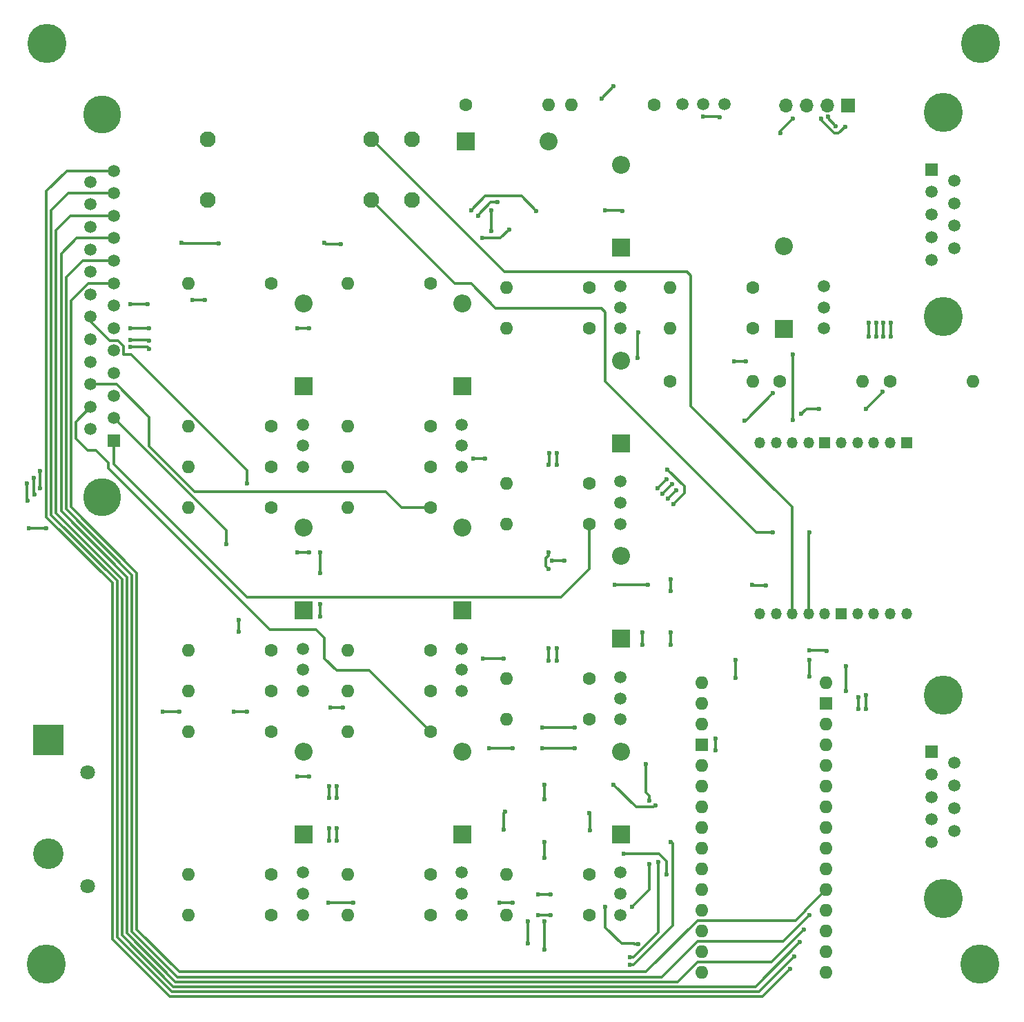
<source format=gbr>
%TF.GenerationSoftware,KiCad,Pcbnew,8.0.0*%
%TF.CreationDate,2024-03-27T17:18:48-07:00*%
%TF.ProjectId,honda radio,686f6e64-6120-4726-9164-696f2e6b6963,rev?*%
%TF.SameCoordinates,Original*%
%TF.FileFunction,Copper,L2,Bot*%
%TF.FilePolarity,Positive*%
%FSLAX46Y46*%
G04 Gerber Fmt 4.6, Leading zero omitted, Abs format (unit mm)*
G04 Created by KiCad (PCBNEW 8.0.0) date 2024-03-27 17:18:48*
%MOMM*%
%LPD*%
G01*
G04 APERTURE LIST*
%TA.AperFunction,ComponentPad*%
%ADD10C,1.600000*%
%TD*%
%TA.AperFunction,ComponentPad*%
%ADD11O,1.600000X1.600000*%
%TD*%
%TA.AperFunction,ComponentPad*%
%ADD12R,2.200000X2.200000*%
%TD*%
%TA.AperFunction,ComponentPad*%
%ADD13O,2.200000X2.200000*%
%TD*%
%TA.AperFunction,ComponentPad*%
%ADD14C,1.493000*%
%TD*%
%TA.AperFunction,ComponentPad*%
%ADD15C,4.800000*%
%TD*%
%TA.AperFunction,ComponentPad*%
%ADD16C,4.650000*%
%TD*%
%TA.AperFunction,ComponentPad*%
%ADD17R,1.500000X1.500000*%
%TD*%
%TA.AperFunction,ComponentPad*%
%ADD18C,1.500000*%
%TD*%
%TA.AperFunction,ComponentPad*%
%ADD19R,1.350000X1.350000*%
%TD*%
%TA.AperFunction,ComponentPad*%
%ADD20O,1.350000X1.350000*%
%TD*%
%TA.AperFunction,ComponentPad*%
%ADD21C,1.950000*%
%TD*%
%TA.AperFunction,ComponentPad*%
%ADD22R,1.700000X1.700000*%
%TD*%
%TA.AperFunction,ComponentPad*%
%ADD23O,1.700000X1.700000*%
%TD*%
%TA.AperFunction,ComponentPad*%
%ADD24R,1.600000X1.600000*%
%TD*%
%TA.AperFunction,ComponentPad*%
%ADD25R,3.750000X3.750000*%
%TD*%
%TA.AperFunction,ComponentPad*%
%ADD26C,1.800000*%
%TD*%
%TA.AperFunction,ComponentPad*%
%ADD27C,3.750000*%
%TD*%
%TA.AperFunction,ViaPad*%
%ADD28C,0.600000*%
%TD*%
%TA.AperFunction,Conductor*%
%ADD29C,0.300000*%
%TD*%
G04 APERTURE END LIST*
D10*
%TO.P,R6,1*%
%TO.N,Net-(J1-GND)*%
X155000000Y-98500000D03*
D11*
%TO.P,R6,2*%
%TO.N,Net-(J6-D8)*%
X144840000Y-98500000D03*
%TD*%
D12*
%TO.P,D7,1,K*%
%TO.N,Net-(D1-K)*%
X139420000Y-109080000D03*
D13*
%TO.P,D7,2,A*%
%TO.N,Net-(D7-A)*%
X139420000Y-98920000D03*
%TD*%
D14*
%TO.P,Q10,1,C*%
%TO.N,Net-(D10-A)*%
X119835000Y-141300000D03*
%TO.P,Q10,2,B*%
%TO.N,Net-(Q10-B)*%
X119835000Y-143900000D03*
%TO.P,Q10,3,E*%
%TO.N,Net-(J1-GND)*%
X119835000Y-146500000D03*
%TD*%
D10*
%TO.P,R16,1*%
%TO.N,Net-(J1-GND)*%
X175085000Y-74500000D03*
D11*
%TO.P,R16,2*%
%TO.N,Net-(J6-D12)*%
X164925000Y-74500000D03*
%TD*%
D10*
%TO.P,R23,1*%
%TO.N,Net-(J3-LED1)*%
X116000000Y-124000000D03*
D11*
%TO.P,R23,2*%
%TO.N,Net-(K10-N.O.)*%
X105840000Y-124000000D03*
%TD*%
D10*
%TO.P,R31,1*%
%TO.N,Net-(J1-GND)*%
X116000000Y-146500000D03*
D11*
%TO.P,R31,2*%
%TO.N,Net-(J6-D7)*%
X105840000Y-146500000D03*
%TD*%
D14*
%TO.P,Q5,1,C*%
%TO.N,Net-(D5-A)*%
X183835000Y-69300000D03*
%TO.P,Q5,2,B*%
%TO.N,Net-(Q5-B)*%
X183835000Y-71900000D03*
%TO.P,Q5,3,E*%
%TO.N,Net-(J1-GND)*%
X183835000Y-74500000D03*
%TD*%
D10*
%TO.P,R30,1*%
%TO.N,Net-(Q12-B)*%
X116000000Y-86500000D03*
D11*
%TO.P,R30,2*%
%TO.N,Net-(J6-D5)*%
X105840000Y-86500000D03*
%TD*%
D10*
%TO.P,R17,1*%
%TO.N,Net-(Q6-B)*%
X135500000Y-141500000D03*
D11*
%TO.P,R17,2*%
%TO.N,Net-(J6-D2)*%
X125340000Y-141500000D03*
%TD*%
D15*
%TO.P,REF\u002A\u002A,MH1*%
%TO.N,N/C*%
X88500000Y-39500000D03*
%TD*%
D16*
%TO.P,J3,0,PAD*%
%TO.N,Net-(J1-GND)*%
X95260000Y-48180000D03*
D17*
%TO.P,J3,1,GND*%
X96680000Y-88240000D03*
D18*
%TO.P,J3,2,12V*%
%TO.N,Net-(J1-12V)*%
X96680000Y-85480000D03*
%TO.P,J3,3,SPK_L*%
%TO.N,Net-(J3-SPK_L)*%
X96680000Y-82720000D03*
%TO.P,J3,4,SPK_R*%
%TO.N,Net-(J3-SPK_R)*%
X96680000Y-79960000D03*
%TO.P,J3,5,B+*%
%TO.N,Net-(J3-B+)*%
X96680000Y-77200000D03*
%TO.P,J3,6,B+RAD*%
%TO.N,Net-(J3-B+RAD)*%
X96680000Y-74440000D03*
%TO.P,J3,7,B+TAP*%
%TO.N,Net-(J3-B+TAP)*%
X96680000Y-71680000D03*
%TO.P,J3,8,BTN1*%
%TO.N,Net-(J3-BTN1)*%
X96680000Y-68920000D03*
%TO.P,J3,9,BTN2*%
%TO.N,Net-(J3-BTN2)*%
X96680000Y-66160000D03*
%TO.P,J3,10,BTN3*%
%TO.N,Net-(J3-BTN3)*%
X96680000Y-63400000D03*
%TO.P,J3,11,BTN4*%
%TO.N,Net-(J3-BTN4)*%
X96680000Y-60640000D03*
%TO.P,J3,12,BTN5*%
%TO.N,Net-(J3-BTN5)*%
X96680000Y-57880000D03*
%TO.P,J3,13,BTN6*%
%TO.N,Net-(J3-BTN6)*%
X96680000Y-55120000D03*
%TO.P,J3,14,GND*%
%TO.N,Net-(J1-GND)*%
X93840000Y-86860000D03*
%TO.P,J3,15,LED6*%
%TO.N,Net-(J3-LED6)*%
X93840000Y-84100000D03*
%TO.P,J3,16,LED5*%
%TO.N,Net-(J3-LED5)*%
X93840000Y-81340000D03*
%TO.P,J3,17,LED4*%
%TO.N,Net-(J3-LED4)*%
X93840000Y-78580000D03*
%TO.P,J3,18,LED3*%
%TO.N,Net-(J3-LED3)*%
X93840000Y-75820000D03*
%TO.P,J3,19,LED2*%
%TO.N,Net-(J3-LED2)*%
X93840000Y-73060000D03*
%TO.P,J3,20,LED1*%
%TO.N,Net-(J3-LED1)*%
X93840000Y-70300000D03*
%TO.P,J3,21,NC*%
%TO.N,unconnected-(J3-NC-Pad21)*%
X93840000Y-67540000D03*
%TO.P,J3,22,NC*%
%TO.N,unconnected-(J3-NC-Pad22)*%
X93840000Y-64780000D03*
%TO.P,J3,23,NC*%
%TO.N,unconnected-(J3-NC-Pad23)*%
X93840000Y-62020000D03*
%TO.P,J3,24,NC*%
%TO.N,unconnected-(J3-NC-Pad24)*%
X93840000Y-59260000D03*
%TO.P,J3,25,NC*%
%TO.N,unconnected-(J3-NC-Pad25)*%
X93840000Y-56500000D03*
D16*
%TO.P,J3,MH1*%
%TO.N,N/C*%
X95260000Y-95180000D03*
%TD*%
D15*
%TO.P,REF\u002A\u002A,MH1*%
%TO.N,N/C*%
X88420000Y-152500000D03*
%TD*%
D10*
%TO.P,R28,1*%
%TO.N,Net-(Q10-B)*%
X116000000Y-141500000D03*
D11*
%TO.P,R28,2*%
%TO.N,Net-(J6-D7)*%
X105840000Y-141500000D03*
%TD*%
D15*
%TO.P,J1,0,PAD*%
%TO.N,Net-(J1-GND)*%
X198420000Y-72995000D03*
D17*
%TO.P,J1,1,1.8V_TRIG*%
%TO.N,Net-(J1-1.8V_TRIG)*%
X197000000Y-54955000D03*
D18*
%TO.P,J1,2,FWD_BTN*%
%TO.N,Net-(J1-FWD_BTN)*%
X197000000Y-57727000D03*
%TO.P,J1,3,REW_BTN*%
%TO.N,Net-(J1-REW_BTN)*%
X197000000Y-60500000D03*
%TO.P,J1,4,PP_BTN*%
%TO.N,Net-(J1-PP_BTN)*%
X197000000Y-63272000D03*
%TO.P,J1,5,NC*%
%TO.N,unconnected-(J1-NC-Pad5)*%
X197000000Y-66045000D03*
%TO.P,J1,6,NC*%
%TO.N,unconnected-(J1-NC-Pad6)*%
X199840000Y-56341000D03*
%TO.P,J1,7,5V*%
%TO.N,Net-(D1-K)*%
X199840000Y-59114000D03*
%TO.P,J1,8,12V*%
%TO.N,Net-(J1-12V)*%
X199840000Y-61886000D03*
%TO.P,J1,9,GND*%
%TO.N,Net-(J1-GND)*%
X199840000Y-64659000D03*
D15*
%TO.P,J1,MH1*%
%TO.N,N/C*%
X198420000Y-48005000D03*
%TD*%
D10*
%TO.P,R11,1*%
%TO.N,Net-(J3-LED5)*%
X135500000Y-96500000D03*
D11*
%TO.P,R11,2*%
%TO.N,Net-(K7-N.O.)*%
X125340000Y-96500000D03*
%TD*%
D19*
%TO.P,J8,1,GND*%
%TO.N,Net-(J1-GND)*%
X193920000Y-88500000D03*
D20*
%TO.P,J8,2,SPK_LP*%
%TO.N,unconnected-(J8-SPK_LP-Pad2)*%
X191920000Y-88500000D03*
%TO.P,J8,3,SPK_LN*%
%TO.N,unconnected-(J8-SPK_LN-Pad3)*%
X189920000Y-88500000D03*
%TO.P,J8,4,SPK_RP*%
%TO.N,unconnected-(J8-SPK_RP-Pad4)*%
X187920000Y-88500000D03*
%TO.P,J8,5,SPK_RN*%
%TO.N,unconnected-(J8-SPK_RN-Pad5)*%
X185920000Y-88500000D03*
D19*
%TO.P,J8,6,GND*%
%TO.N,Net-(J1-GND)*%
X183920000Y-88500000D03*
D20*
%TO.P,J8,7,LIN_AN*%
%TO.N,unconnected-(J8-LIN_AN-Pad7)*%
X181920000Y-88500000D03*
%TO.P,J8,8,LIN_AP*%
%TO.N,unconnected-(J8-LIN_AP-Pad8)*%
X179920000Y-88500000D03*
%TO.P,J8,9,LIN_BN*%
%TO.N,unconnected-(J8-LIN_BN-Pad9)*%
X177920000Y-88500000D03*
%TO.P,J8,10,LIN_BP*%
%TO.N,unconnected-(J8-LIN_BP-Pad10)*%
X175920000Y-88500000D03*
%TO.P,J8,11,VIN*%
%TO.N,Net-(D1-K)*%
X175920000Y-109500000D03*
%TO.P,J8,12,+3.3V*%
%TO.N,unconnected-(J8-+3.3V-Pad12)*%
X177920000Y-109500000D03*
%TO.P,J8,13,SPK_R*%
%TO.N,Net-(J8-SPK_R)*%
X179920000Y-109500000D03*
%TO.P,J8,14,SPK_L*%
%TO.N,Net-(J8-SPK_L)*%
X181920000Y-109500000D03*
%TO.P,J8,15,+1.8V*%
%TO.N,Net-(J1-1.8V_TRIG)*%
X183920000Y-109500000D03*
D19*
%TO.P,J8,16,GND*%
%TO.N,Net-(J1-GND)*%
X185920000Y-109500000D03*
D20*
%TO.P,J8,17,FWD*%
%TO.N,Net-(J8-FWD)*%
X187920000Y-109500000D03*
%TO.P,J8,18,REW*%
%TO.N,Net-(J8-REW)*%
X189920000Y-109500000D03*
%TO.P,J8,19,P/P*%
%TO.N,Net-(J8-P{slash}P)*%
X191920000Y-109500000D03*
%TO.P,J8,20,AUXD_MUT*%
%TO.N,unconnected-(J8-AUXD_MUT-Pad20)*%
X193920000Y-109500000D03*
%TD*%
D12*
%TO.P,D9,1,K*%
%TO.N,Net-(D1-K)*%
X139840000Y-51500000D03*
D13*
%TO.P,D9,2,A*%
%TO.N,Net-(D9-A)*%
X150000000Y-51500000D03*
%TD*%
D10*
%TO.P,R29,1*%
%TO.N,Net-(Q11-B)*%
X116000000Y-114000000D03*
D11*
%TO.P,R29,2*%
%TO.N,Net-(J6-D6)*%
X105840000Y-114000000D03*
%TD*%
D12*
%TO.P,D5,1,K*%
%TO.N,Net-(D1-K)*%
X178920000Y-74580000D03*
D13*
%TO.P,D5,2,A*%
%TO.N,Net-(D5-A)*%
X178920000Y-64420000D03*
%TD*%
D10*
%TO.P,R27,1*%
%TO.N,Net-(J1-GND)*%
X163000000Y-47000000D03*
D11*
%TO.P,R27,2*%
%TO.N,Net-(J6-D13)*%
X152840000Y-47000000D03*
%TD*%
D14*
%TO.P,Q2,1,C*%
%TO.N,Net-(D2-A)*%
X158835000Y-117300000D03*
%TO.P,Q2,2,B*%
%TO.N,Net-(Q2-B)*%
X158835000Y-119900000D03*
%TO.P,Q2,3,E*%
%TO.N,Net-(J1-GND)*%
X158835000Y-122500000D03*
%TD*%
D21*
%TO.P,K9,1,COIL_1*%
%TO.N,Net-(D1-K)*%
X108220000Y-58750000D03*
%TO.P,K9,3,COM_1*%
%TO.N,Net-(J8-SPK_L)*%
X128220000Y-58750000D03*
%TO.P,K9,4,NO_1*%
%TO.N,Net-(J3-SPK_L)*%
X133220000Y-58750000D03*
%TO.P,K9,5,NO_2*%
%TO.N,Net-(J3-SPK_R)*%
X133220000Y-51250000D03*
%TO.P,K9,6,COM_2*%
%TO.N,Net-(J8-SPK_R)*%
X128220000Y-51250000D03*
%TO.P,K9,8,COIL_2*%
%TO.N,Net-(D9-A)*%
X108220000Y-51250000D03*
%TD*%
D12*
%TO.P,D2,1,K*%
%TO.N,Net-(D1-K)*%
X158920000Y-112580000D03*
D13*
%TO.P,D2,2,A*%
%TO.N,Net-(D2-A)*%
X158920000Y-102420000D03*
%TD*%
D12*
%TO.P,D4,1,K*%
%TO.N,Net-(D1-K)*%
X158920000Y-64580000D03*
D13*
%TO.P,D4,2,A*%
%TO.N,Net-(D4-A)*%
X158920000Y-54420000D03*
%TD*%
D10*
%TO.P,R7,1*%
%TO.N,Net-(J1-PP_BTN)*%
X191920000Y-81000000D03*
D11*
%TO.P,R7,2*%
%TO.N,Net-(J8-P{slash}P)*%
X202080000Y-81000000D03*
%TD*%
D10*
%TO.P,R5,1*%
%TO.N,Net-(J1-GND)*%
X155000000Y-122500000D03*
D11*
%TO.P,R5,2*%
%TO.N,Net-(J6-D10)*%
X144840000Y-122500000D03*
%TD*%
D10*
%TO.P,R32,1*%
%TO.N,Net-(J1-GND)*%
X116000000Y-119000000D03*
D11*
%TO.P,R32,2*%
%TO.N,Net-(J6-D6)*%
X105840000Y-119000000D03*
%TD*%
D10*
%TO.P,R25,1*%
%TO.N,Net-(J3-LED3)*%
X116000000Y-69000000D03*
D11*
%TO.P,R25,2*%
%TO.N,Net-(K12-N.O.)*%
X105840000Y-69000000D03*
%TD*%
D12*
%TO.P,D3,1,K*%
%TO.N,Net-(D1-K)*%
X158920000Y-88580000D03*
D13*
%TO.P,D3,2,A*%
%TO.N,Net-(D3-A)*%
X158920000Y-78420000D03*
%TD*%
D14*
%TO.P,Q7,1,C*%
%TO.N,Net-(D7-A)*%
X139335000Y-113800000D03*
%TO.P,Q7,2,B*%
%TO.N,Net-(Q7-B)*%
X139335000Y-116400000D03*
%TO.P,Q7,3,E*%
%TO.N,Net-(J1-GND)*%
X139335000Y-119000000D03*
%TD*%
D15*
%TO.P,,MH1*%
%TO.N,N/C*%
X203000000Y-39500000D03*
%TD*%
%TO.P,,MH1*%
%TO.N,N/C*%
X202920000Y-152500000D03*
%TD*%
D10*
%TO.P,R13,1*%
%TO.N,Net-(Q4-B)*%
X155000000Y-69500000D03*
D11*
%TO.P,R13,2*%
%TO.N,Net-(J6-D11)*%
X144840000Y-69500000D03*
%TD*%
D14*
%TO.P,Q9,1,C*%
%TO.N,Net-(D9-A)*%
X171620000Y-46915000D03*
%TO.P,Q9,2,B*%
%TO.N,Net-(Q9-B)*%
X169020000Y-46915000D03*
%TO.P,Q9,3,E*%
%TO.N,Net-(J1-GND)*%
X166420000Y-46915000D03*
%TD*%
%TO.P,Q12,1,C*%
%TO.N,Net-(D12-A)*%
X119835000Y-86300000D03*
%TO.P,Q12,2,B*%
%TO.N,Net-(Q12-B)*%
X119835000Y-88900000D03*
%TO.P,Q12,3,E*%
%TO.N,Net-(J1-GND)*%
X119835000Y-91500000D03*
%TD*%
D10*
%TO.P,R26,1*%
%TO.N,Net-(Q9-B)*%
X139840000Y-47000000D03*
D11*
%TO.P,R26,2*%
%TO.N,Net-(J6-D13)*%
X150000000Y-47000000D03*
%TD*%
D14*
%TO.P,Q3,1,C*%
%TO.N,Net-(D3-A)*%
X158835000Y-93300000D03*
%TO.P,Q3,2,B*%
%TO.N,Net-(Q3-B)*%
X158835000Y-95900000D03*
%TO.P,Q3,3,E*%
%TO.N,Net-(J1-GND)*%
X158835000Y-98500000D03*
%TD*%
D10*
%TO.P,R21,1*%
%TO.N,Net-(J1-GND)*%
X135500000Y-119000000D03*
D11*
%TO.P,R21,2*%
%TO.N,Net-(J6-D3)*%
X125340000Y-119000000D03*
%TD*%
D14*
%TO.P,Q1,1,C*%
%TO.N,Net-(D1-A)*%
X158835000Y-141300000D03*
%TO.P,Q1,2,B*%
%TO.N,Net-(Q1-B)*%
X158835000Y-143900000D03*
%TO.P,Q1,3,E*%
%TO.N,Net-(J1-GND)*%
X158835000Y-146500000D03*
%TD*%
D12*
%TO.P,D11,1,K*%
%TO.N,Net-(D1-K)*%
X119920000Y-109080000D03*
D13*
%TO.P,D11,2,A*%
%TO.N,Net-(D11-A)*%
X119920000Y-98920000D03*
%TD*%
D10*
%TO.P,R33,1*%
%TO.N,Net-(J1-GND)*%
X116000000Y-91500000D03*
D11*
%TO.P,R33,2*%
%TO.N,Net-(J6-D5)*%
X105840000Y-91500000D03*
%TD*%
D12*
%TO.P,D12,1,K*%
%TO.N,Net-(D1-K)*%
X119920000Y-81580000D03*
D13*
%TO.P,D12,2,A*%
%TO.N,Net-(D12-A)*%
X119920000Y-71420000D03*
%TD*%
D10*
%TO.P,R22,1*%
%TO.N,Net-(J1-GND)*%
X135500000Y-91500000D03*
D11*
%TO.P,R22,2*%
%TO.N,Net-(J6-D4)*%
X125340000Y-91500000D03*
%TD*%
D12*
%TO.P,D10,1,K*%
%TO.N,Net-(D1-K)*%
X119920000Y-136580000D03*
D13*
%TO.P,D10,2,A*%
%TO.N,Net-(D10-A)*%
X119920000Y-126420000D03*
%TD*%
D14*
%TO.P,Q6,1,C*%
%TO.N,Net-(D6-A)*%
X139335000Y-141300000D03*
%TO.P,Q6,2,B*%
%TO.N,Net-(Q6-B)*%
X139335000Y-143900000D03*
%TO.P,Q6,3,E*%
%TO.N,Net-(J1-GND)*%
X139335000Y-146500000D03*
%TD*%
D10*
%TO.P,R15,1*%
%TO.N,Net-(J1-GND)*%
X155000000Y-74500000D03*
D11*
%TO.P,R15,2*%
%TO.N,Net-(J6-D11)*%
X144840000Y-74500000D03*
%TD*%
D14*
%TO.P,Q8,1,C*%
%TO.N,Net-(D8-A)*%
X139335000Y-86300000D03*
%TO.P,Q8,2,B*%
%TO.N,Net-(Q8-B)*%
X139335000Y-88900000D03*
%TO.P,Q8,3,E*%
%TO.N,Net-(J1-GND)*%
X139335000Y-91500000D03*
%TD*%
D10*
%TO.P,R10,1*%
%TO.N,Net-(J3-LED6)*%
X135500000Y-124000000D03*
D11*
%TO.P,R10,2*%
%TO.N,Net-(K6-N.O.)*%
X125340000Y-124000000D03*
%TD*%
D10*
%TO.P,R1,1*%
%TO.N,Net-(Q1-B)*%
X155000000Y-141500000D03*
D11*
%TO.P,R1,2*%
%TO.N,Net-(J6-D9)*%
X144840000Y-141500000D03*
%TD*%
D10*
%TO.P,R20,1*%
%TO.N,Net-(J1-GND)*%
X135500000Y-146500000D03*
D11*
%TO.P,R20,2*%
%TO.N,Net-(J6-D2)*%
X125340000Y-146500000D03*
%TD*%
D10*
%TO.P,R19,1*%
%TO.N,Net-(Q8-B)*%
X135580000Y-86500000D03*
D11*
%TO.P,R19,2*%
%TO.N,Net-(J6-D4)*%
X125420000Y-86500000D03*
%TD*%
D10*
%TO.P,R2,1*%
%TO.N,Net-(Q2-B)*%
X155000000Y-117500000D03*
D11*
%TO.P,R2,2*%
%TO.N,Net-(J6-D10)*%
X144840000Y-117500000D03*
%TD*%
D10*
%TO.P,R12,1*%
%TO.N,Net-(J3-LED4)*%
X135500000Y-69000000D03*
D11*
%TO.P,R12,2*%
%TO.N,Net-(K8-N.O.)*%
X125340000Y-69000000D03*
%TD*%
D12*
%TO.P,D1,1,K*%
%TO.N,Net-(D1-K)*%
X158920000Y-136580000D03*
D13*
%TO.P,D1,2,A*%
%TO.N,Net-(D1-A)*%
X158920000Y-126420000D03*
%TD*%
D10*
%TO.P,R14,1*%
%TO.N,Net-(Q5-B)*%
X175085000Y-69500000D03*
D11*
%TO.P,R14,2*%
%TO.N,Net-(J6-D12)*%
X164925000Y-69500000D03*
%TD*%
D10*
%TO.P,R24,1*%
%TO.N,Net-(J3-LED2)*%
X116000000Y-96500000D03*
D11*
%TO.P,R24,2*%
%TO.N,Net-(K11-N.O.)*%
X105840000Y-96500000D03*
%TD*%
D10*
%TO.P,R8,1*%
%TO.N,Net-(J1-REW_BTN)*%
X178340000Y-81000000D03*
D11*
%TO.P,R8,2*%
%TO.N,Net-(J8-REW)*%
X188500000Y-81000000D03*
%TD*%
D10*
%TO.P,R18,1*%
%TO.N,Net-(Q7-B)*%
X135500000Y-114000000D03*
D11*
%TO.P,R18,2*%
%TO.N,Net-(J6-D3)*%
X125340000Y-114000000D03*
%TD*%
D10*
%TO.P,R3,1*%
%TO.N,Net-(Q3-B)*%
X155000000Y-93500000D03*
D11*
%TO.P,R3,2*%
%TO.N,Net-(J6-D8)*%
X144840000Y-93500000D03*
%TD*%
D22*
%TO.P,J7,1,GND*%
%TO.N,Net-(J1-GND)*%
X186780000Y-47080000D03*
D23*
%TO.P,J7,2,3V/5V*%
%TO.N,Net-(D1-K)*%
X184240000Y-47080000D03*
%TO.P,J7,3,Vin*%
%TO.N,Net-(J1-12V)*%
X181700000Y-47080000D03*
%TO.P,J7,4,En*%
%TO.N,unconnected-(J7-En-Pad4)*%
X179160000Y-47080000D03*
%TD*%
D12*
%TO.P,D6,1,K*%
%TO.N,Net-(D1-K)*%
X139420000Y-136580000D03*
D13*
%TO.P,D6,2,A*%
%TO.N,Net-(D6-A)*%
X139420000Y-126420000D03*
%TD*%
D10*
%TO.P,R9,1*%
%TO.N,Net-(J1-FWD_BTN)*%
X164920000Y-81000000D03*
D11*
%TO.P,R9,2*%
%TO.N,Net-(J8-FWD)*%
X175080000Y-81000000D03*
%TD*%
D10*
%TO.P,R4,1*%
%TO.N,Net-(J1-GND)*%
X155000000Y-146500000D03*
D11*
%TO.P,R4,2*%
%TO.N,Net-(J6-D9)*%
X144840000Y-146500000D03*
%TD*%
D14*
%TO.P,Q11,1,C*%
%TO.N,Net-(D11-A)*%
X119835000Y-113800000D03*
%TO.P,Q11,2,B*%
%TO.N,Net-(Q11-B)*%
X119835000Y-116400000D03*
%TO.P,Q11,3,E*%
%TO.N,Net-(J1-GND)*%
X119835000Y-119000000D03*
%TD*%
D11*
%TO.P,J6,1,VIN*%
%TO.N,Net-(D1-K)*%
X184050000Y-117950000D03*
D24*
%TO.P,J6,2,GND*%
%TO.N,Net-(J1-GND)*%
X184050000Y-120490000D03*
D11*
%TO.P,J6,3,RST*%
%TO.N,unconnected-(J6-RST-Pad3)*%
X184050000Y-123030000D03*
%TO.P,J6,4,5V*%
%TO.N,unconnected-(J6-5V-Pad4)*%
X184050000Y-125570000D03*
%TO.P,J6,5,A7*%
%TO.N,Net-(J2-PP_BTN)*%
X184050000Y-128110000D03*
%TO.P,J6,6,A6*%
%TO.N,Net-(J3-BTN6)*%
X184050000Y-130650000D03*
%TO.P,J6,7,A5*%
%TO.N,Net-(J3-BTN5)*%
X184050000Y-133190000D03*
%TO.P,J6,8,A4*%
%TO.N,Net-(J3-BTN4)*%
X184050000Y-135730000D03*
%TO.P,J6,9,A3*%
%TO.N,Net-(J3-BTN3)*%
X184050000Y-138270000D03*
%TO.P,J6,10,A2*%
%TO.N,Net-(J3-BTN2)*%
X184050000Y-140810000D03*
%TO.P,J6,11,A1*%
%TO.N,Net-(J3-BTN1)*%
X184050000Y-143350000D03*
%TO.P,J6,12,A0*%
%TO.N,Net-(J6-A0)*%
X184050000Y-145890000D03*
%TO.P,J6,13,REF*%
%TO.N,unconnected-(J6-REF-Pad13)*%
X184050000Y-148430000D03*
%TO.P,J6,14,3.3V*%
%TO.N,unconnected-(J6-3.3V-Pad14)*%
X184050000Y-150970000D03*
%TO.P,J6,15,D13*%
%TO.N,Net-(J6-D13)*%
X184050000Y-153510000D03*
%TO.P,J6,16,TX1*%
%TO.N,Net-(J2-FWD_BTN)*%
X168810000Y-117950000D03*
%TO.P,J6,17,RX0*%
%TO.N,Net-(J2-REW_BTN)*%
X168810000Y-120490000D03*
%TO.P,J6,18,RST*%
%TO.N,unconnected-(J6-RST-Pad18)*%
X168810000Y-123030000D03*
D24*
%TO.P,J6,19,GND*%
%TO.N,Net-(J1-GND)*%
X168810000Y-125570000D03*
D11*
%TO.P,J6,20,D2*%
%TO.N,Net-(J6-D2)*%
X168810000Y-128110000D03*
%TO.P,J6,21,D3*%
%TO.N,Net-(J6-D3)*%
X168810000Y-130650000D03*
%TO.P,J6,22,D4*%
%TO.N,Net-(J6-D4)*%
X168810000Y-133190000D03*
%TO.P,J6,23,D5*%
%TO.N,Net-(J6-D5)*%
X168810000Y-135730000D03*
%TO.P,J6,24,D6*%
%TO.N,Net-(J6-D6)*%
X168810000Y-138270000D03*
%TO.P,J6,25,D7*%
%TO.N,Net-(J6-D7)*%
X168810000Y-140810000D03*
%TO.P,J6,26,D8*%
%TO.N,Net-(J6-D8)*%
X168810000Y-143350000D03*
%TO.P,J6,27,D9*%
%TO.N,Net-(J6-D9)*%
X168810000Y-145890000D03*
%TO.P,J6,28,D10*%
%TO.N,Net-(J6-D10)*%
X168810000Y-148430000D03*
%TO.P,J6,29,D11*%
%TO.N,Net-(J6-D11)*%
X168810000Y-150970000D03*
%TO.P,J6,30,D12*%
%TO.N,Net-(J6-D12)*%
X168810000Y-153510000D03*
%TD*%
D15*
%TO.P,J2,0,PAD*%
%TO.N,Net-(J1-GND)*%
X198415000Y-144495000D03*
D17*
%TO.P,J2,1,1.8V_TRIG*%
X196995000Y-126455000D03*
D18*
%TO.P,J2,2,FWD_BTN*%
%TO.N,Net-(J2-FWD_BTN)*%
X196995000Y-129227000D03*
%TO.P,J2,3,REW_BTN*%
%TO.N,Net-(J2-REW_BTN)*%
X196995000Y-132000000D03*
%TO.P,J2,4,PP_BTN*%
%TO.N,Net-(J2-PP_BTN)*%
X196995000Y-134772000D03*
%TO.P,J2,5,NC*%
%TO.N,Net-(J6-A0)*%
X196995000Y-137545000D03*
%TO.P,J2,6,NC*%
%TO.N,unconnected-(J2-NC-Pad6)*%
X199835000Y-127841000D03*
%TO.P,J2,7,5V*%
%TO.N,unconnected-(J2-5V-Pad7)*%
X199835000Y-130614000D03*
%TO.P,J2,8,12V*%
%TO.N,unconnected-(J2-12V-Pad8)*%
X199835000Y-133386000D03*
%TO.P,J2,9,GND*%
%TO.N,unconnected-(J2-GND-Pad9)*%
X199835000Y-136159000D03*
D15*
%TO.P,J2,MH1*%
%TO.N,N/C*%
X198415000Y-119505000D03*
%TD*%
D14*
%TO.P,Q4,1,C*%
%TO.N,Net-(D4-A)*%
X158835000Y-69300000D03*
%TO.P,Q4,2,B*%
%TO.N,Net-(Q4-B)*%
X158835000Y-71900000D03*
%TO.P,Q4,3,E*%
%TO.N,Net-(J1-GND)*%
X158835000Y-74500000D03*
%TD*%
D25*
%TO.P,J4,1,GND*%
%TO.N,Net-(J1-GND)*%
X88670000Y-125000000D03*
D26*
%TO.P,J4,2,R*%
%TO.N,Net-(J3-SPK_R)*%
X93420000Y-129000000D03*
D27*
%TO.P,J4,3,GND*%
%TO.N,Net-(J1-GND)*%
X88670000Y-139000000D03*
D26*
%TO.P,J4,4,L*%
%TO.N,Net-(J3-SPK_L)*%
X93420000Y-143000000D03*
%TD*%
D12*
%TO.P,D8,1,K*%
%TO.N,Net-(D1-K)*%
X139420000Y-81580000D03*
D13*
%TO.P,D8,2,A*%
%TO.N,Net-(D8-A)*%
X139420000Y-71420000D03*
%TD*%
D28*
%TO.N,Net-(J1-GND)*%
X150250000Y-146500000D03*
X148750000Y-146500000D03*
X145590000Y-145000000D03*
X144000000Y-145000000D03*
%TO.N,Net-(D1-K)*%
X186530331Y-115969669D03*
X184291892Y-48507446D03*
X184105331Y-114105331D03*
X186469669Y-119030331D03*
X182000000Y-114000000D03*
X185265331Y-49655331D03*
%TO.N,Net-(J1-REW_BTN)*%
X165721052Y-94320390D03*
X191099997Y-73750000D03*
X161500000Y-113330000D03*
X174041729Y-85791729D03*
X177570331Y-82429669D03*
X191099997Y-75500000D03*
X161500000Y-111830000D03*
X164667756Y-95388418D03*
%TO.N,Net-(J1-GND)*%
X168987169Y-48487169D03*
X163389669Y-94110331D03*
X161969669Y-127969669D03*
X182000000Y-117250000D03*
X171047831Y-48547831D03*
X182000000Y-115150000D03*
X162350000Y-132500000D03*
X164500000Y-93000000D03*
X162349052Y-140290286D03*
X160250000Y-145500000D03*
%TO.N,Net-(J1-PP_BTN)*%
X164026067Y-94746729D03*
X192000000Y-75500000D03*
X191000000Y-82250000D03*
X192000000Y-73750000D03*
X152000000Y-103000000D03*
X183209714Y-84349052D03*
X150440000Y-103000000D03*
X165136398Y-93636398D03*
X189000000Y-84350000D03*
X181000000Y-85000000D03*
%TO.N,Net-(J1-1.8V_TRIG)*%
X151000000Y-115250000D03*
X189299991Y-75500000D03*
X180000000Y-85750000D03*
X151000000Y-89750000D03*
X158170000Y-106000000D03*
X151000000Y-113750000D03*
X162250000Y-106000000D03*
X175000000Y-106000000D03*
X176670000Y-106019883D03*
X189299991Y-73750000D03*
X180000000Y-77650000D03*
X151000000Y-91250000D03*
%TO.N,Net-(J1-FWD_BTN)*%
X174250000Y-78500000D03*
X190199994Y-75500000D03*
X172750000Y-78500000D03*
X190199994Y-73750000D03*
%TO.N,Net-(J1-12V)*%
X112000000Y-110250000D03*
X186394186Y-49723524D03*
X119170000Y-129500000D03*
X120670000Y-129500000D03*
X143000000Y-62500000D03*
X180000000Y-48750000D03*
X110500000Y-101000000D03*
X119170000Y-74500000D03*
X120670000Y-102000000D03*
X178500000Y-50500000D03*
X119170000Y-102000000D03*
X143000000Y-60000000D03*
X120670000Y-74500000D03*
X112000000Y-111750000D03*
X183425613Y-48750000D03*
%TO.N,Net-(J2-FWD_BTN)*%
X189000000Y-119500000D03*
X189000000Y-121240000D03*
%TO.N,Net-(J2-REW_BTN)*%
X188000000Y-119740000D03*
X188000000Y-121240000D03*
%TO.N,Net-(J3-BTN6)*%
X179651655Y-153151655D03*
%TO.N,Net-(J3-SPK_R)*%
X86819669Y-92819669D03*
X86901753Y-94858909D03*
%TO.N,Net-(J3-SPK_L)*%
X87644669Y-91994669D03*
X87650865Y-94109797D03*
%TO.N,Net-(J3-BTN2)*%
X182030331Y-146530331D03*
%TO.N,Net-(J3-LED4)*%
X104969669Y-63969669D03*
X124500000Y-64129669D03*
X109553123Y-64053123D03*
X122469669Y-63969669D03*
%TO.N,Net-(J3-LED1)*%
X102650000Y-121500000D03*
X86000000Y-93500000D03*
X86250000Y-99000000D03*
X111440000Y-121500000D03*
X104750000Y-121500000D03*
X88400865Y-99000000D03*
X113000000Y-121500000D03*
X86130331Y-95630331D03*
%TO.N,Net-(J3-B+TAP)*%
X98750000Y-71500000D03*
X100850000Y-71500000D03*
X148530331Y-60030331D03*
X159080331Y-60080331D03*
X157000000Y-60000000D03*
X140500000Y-60000000D03*
%TO.N,Net-(J3-LED2)*%
X113000000Y-93500000D03*
%TO.N,Net-(J3-LED3)*%
X107860000Y-71000000D03*
X101000000Y-76000000D03*
X98750000Y-75889666D03*
X106360000Y-71000000D03*
%TO.N,Net-(J3-B+RAD)*%
X143750000Y-59000000D03*
X98750000Y-74500000D03*
X141339669Y-60660331D03*
X101000000Y-74500000D03*
%TO.N,Net-(J3-BTN4)*%
X180840993Y-149840993D03*
%TO.N,Net-(J3-BTN3)*%
X181310662Y-148310662D03*
%TO.N,Net-(J3-BTN5)*%
X180121324Y-151621324D03*
%TO.N,Net-(J3-B+)*%
X145150331Y-62349669D03*
X98750000Y-76789669D03*
X141879669Y-63379669D03*
X101000000Y-77000000D03*
%TO.N,Net-(J6-D4)*%
X149250000Y-123500000D03*
X163100000Y-133048741D03*
X140750000Y-90500000D03*
X142000000Y-115000000D03*
X142250000Y-90500000D03*
X153250000Y-123500000D03*
X144520331Y-115020331D03*
X158000000Y-130500000D03*
%TO.N,Net-(J6-D12)*%
X165304154Y-96024816D03*
X165000000Y-105250000D03*
X160929669Y-78070331D03*
X170500000Y-126320000D03*
X172930331Y-117430331D03*
X165000000Y-111830000D03*
X165000000Y-106750000D03*
X161000000Y-75000000D03*
X173000000Y-115150000D03*
X164606067Y-91833271D03*
X165000000Y-113330000D03*
X170500000Y-124820000D03*
%TO.N,Net-(J6-D5)*%
X165000000Y-137500000D03*
X160000000Y-152620003D03*
%TO.N,Net-(J6-D11)*%
X149500000Y-132250000D03*
X149500000Y-137500000D03*
X150099997Y-89750000D03*
X150000000Y-102000000D03*
X150000000Y-91250000D03*
X149500000Y-147250000D03*
X149500000Y-130500000D03*
X150000000Y-113750000D03*
X150000000Y-115250000D03*
X149500000Y-150750000D03*
X150030331Y-104030331D03*
X149500000Y-139500000D03*
%TO.N,Net-(J6-D10)*%
X148750000Y-144000000D03*
X144500000Y-136000000D03*
X144650331Y-133849669D03*
X161053123Y-150053123D03*
X157000000Y-145500000D03*
X150250000Y-144000000D03*
%TO.N,Net-(J6-D3)*%
X124000000Y-135830000D03*
X124000000Y-137330000D03*
X124000000Y-132160000D03*
X124000000Y-130660000D03*
%TO.N,Net-(J6-D8)*%
X164500000Y-141560000D03*
X159281500Y-139000000D03*
X142750000Y-126000000D03*
X145590000Y-126000000D03*
X149250000Y-126000000D03*
X153250000Y-126000000D03*
X155000000Y-134000000D03*
X155080331Y-136080331D03*
%TO.N,Net-(J6-D6)*%
X160000000Y-151720000D03*
X163500000Y-140000000D03*
%TO.N,Net-(J6-D13)*%
X156500000Y-46250000D03*
X158000000Y-44750000D03*
%TO.N,Net-(J6-D9)*%
X147500000Y-150000000D03*
X147500000Y-147250000D03*
%TO.N,Net-(J8-SPK_L)*%
X177500000Y-99500000D03*
X182000000Y-99500000D03*
%TO.N,Net-(J1-GND)*%
X123099997Y-130660000D03*
X122000000Y-109830000D03*
X123099997Y-137330000D03*
X122000000Y-102000000D03*
X123000000Y-145000000D03*
X123099997Y-132160000D03*
X124750000Y-121000000D03*
X126090000Y-145000000D03*
X122000000Y-104500000D03*
X123099997Y-135830000D03*
X122000000Y-108330000D03*
X123250000Y-121000000D03*
%TD*%
D29*
%TO.N,Net-(J1-GND)*%
X148750000Y-146500000D02*
X150250000Y-146500000D01*
X144000000Y-145000000D02*
X145590000Y-145000000D01*
%TO.N,Net-(D1-K)*%
X184000000Y-114000000D02*
X184105331Y-114105331D01*
X186530331Y-115969669D02*
X186530331Y-118969669D01*
X186530331Y-118969669D02*
X186469669Y-119030331D01*
X182000000Y-114000000D02*
X184000000Y-114000000D01*
X184291892Y-48681892D02*
X185265331Y-49655331D01*
X184291892Y-48507446D02*
X184291892Y-48681892D01*
%TO.N,Net-(J1-REW_BTN)*%
X177570331Y-82429669D02*
X174208271Y-85791729D01*
X191099997Y-75500000D02*
X191099997Y-73750000D01*
X174208271Y-85791729D02*
X174041729Y-85791729D01*
X165721052Y-94335122D02*
X164667756Y-95388418D01*
X165721052Y-94320390D02*
X165721052Y-94335122D01*
X161500000Y-111830000D02*
X161500000Y-113330000D01*
%TO.N,Net-(J1-GND)*%
X162350000Y-131850000D02*
X161969669Y-131469669D01*
X155000000Y-104000000D02*
X155000000Y-98500000D01*
X182000000Y-117250000D02*
X182000000Y-115150000D01*
X96680000Y-88240000D02*
X96680000Y-91180000D01*
X160250000Y-145500000D02*
X162349052Y-143400948D01*
X96680000Y-91180000D02*
X113000000Y-107500000D01*
X162349052Y-143400948D02*
X162349052Y-140290286D01*
X151500000Y-107500000D02*
X155000000Y-104000000D01*
X162350000Y-132500000D02*
X162350000Y-131850000D01*
X161969669Y-131469669D02*
X161969669Y-127969669D01*
X163389669Y-94110331D02*
X164500000Y-93000000D01*
X170987169Y-48487169D02*
X171047831Y-48547831D01*
X113000000Y-107500000D02*
X151500000Y-107500000D01*
X168987169Y-48487169D02*
X170987169Y-48487169D01*
%TO.N,Net-(J1-PP_BTN)*%
X191000000Y-82350000D02*
X189000000Y-84350000D01*
X192000000Y-75500000D02*
X192000000Y-73750000D01*
X165136398Y-93636398D02*
X164026067Y-94746729D01*
X152000000Y-103000000D02*
X150440000Y-103000000D01*
X191000000Y-82250000D02*
X191000000Y-82350000D01*
X183209714Y-84349052D02*
X181650948Y-84349052D01*
X181650948Y-84349052D02*
X181000000Y-85000000D01*
%TO.N,Net-(J1-1.8V_TRIG)*%
X189299991Y-73750000D02*
X189299991Y-75500000D01*
X151000000Y-113750000D02*
X151000000Y-115250000D01*
X176670000Y-106019883D02*
X175019883Y-106019883D01*
X175019883Y-106019883D02*
X175000000Y-106000000D01*
X180000000Y-77650000D02*
X180000000Y-85750000D01*
X162250000Y-106000000D02*
X158170000Y-106000000D01*
X151000000Y-89750000D02*
X151000000Y-91250000D01*
%TO.N,Net-(J1-FWD_BTN)*%
X190199994Y-75500000D02*
X190199994Y-73750000D01*
X172750000Y-78500000D02*
X174250000Y-78500000D01*
%TO.N,Net-(J1-12V)*%
X96680000Y-85480000D02*
X110500000Y-99300000D01*
X185617710Y-50500000D02*
X186394186Y-49723524D01*
X120670000Y-129500000D02*
X119170000Y-129500000D01*
X185049339Y-50500000D02*
X185617710Y-50500000D01*
X112000000Y-110250000D02*
X112000000Y-111750000D01*
X110500000Y-99300000D02*
X110500000Y-101000000D01*
X183425613Y-48750000D02*
X183425613Y-48876274D01*
X178500000Y-50250000D02*
X180000000Y-48750000D01*
X143000000Y-62500000D02*
X143000000Y-60000000D01*
X183425613Y-48876274D02*
X185049339Y-50500000D01*
X178500000Y-50500000D02*
X178500000Y-50250000D01*
X120670000Y-102000000D02*
X119170000Y-102000000D01*
X120670000Y-74500000D02*
X119170000Y-74500000D01*
%TO.N,Net-(J2-FWD_BTN)*%
X189000000Y-119500000D02*
X189000000Y-121240000D01*
%TO.N,Net-(J2-REW_BTN)*%
X188000000Y-119740000D02*
X188000000Y-121240000D01*
%TO.N,Net-(J3-BTN6)*%
X96680000Y-55120000D02*
X90880000Y-55120000D01*
X176303310Y-156500000D02*
X179651655Y-153151655D01*
X88400000Y-57600000D02*
X90880000Y-55120000D01*
X103500000Y-156500000D02*
X176303310Y-156500000D01*
X88400000Y-97642640D02*
X96500000Y-105742640D01*
X96500000Y-149500000D02*
X103500000Y-156500000D01*
X96500000Y-105742640D02*
X96500000Y-149500000D01*
X88400000Y-57600000D02*
X88400000Y-97642640D01*
%TO.N,Net-(J3-SPK_R)*%
X86819669Y-94776825D02*
X86901753Y-94858909D01*
X86819669Y-92819669D02*
X86819669Y-94776825D01*
%TO.N,Net-(J3-SPK_L)*%
X87644669Y-94103601D02*
X87650865Y-94109797D01*
X87644669Y-91994669D02*
X87644669Y-94103601D01*
%TO.N,Net-(J3-BTN2)*%
X104494112Y-154100000D02*
X163912233Y-154100000D01*
X96680000Y-66160000D02*
X92840000Y-66160000D01*
X178840662Y-149720000D02*
X182030331Y-146530331D01*
X98900000Y-104748528D02*
X98900000Y-148505888D01*
X90800000Y-68200000D02*
X90800000Y-96648528D01*
X98900000Y-148505888D02*
X104494112Y-154100000D01*
X90800000Y-96648528D02*
X98900000Y-104748528D01*
X168292233Y-149720000D02*
X178840662Y-149720000D01*
X163912233Y-154100000D02*
X168292233Y-149720000D01*
X90800000Y-68200000D02*
X92840000Y-66160000D01*
%TO.N,Net-(J3-LED4)*%
X122629669Y-64129669D02*
X122469669Y-63969669D01*
X109553123Y-64053123D02*
X105053123Y-64053123D01*
X124500000Y-64129669D02*
X122629669Y-64129669D01*
X105053123Y-64053123D02*
X104969669Y-63969669D01*
%TO.N,Net-(J3-LED5)*%
X132000000Y-96500000D02*
X135500000Y-96500000D01*
X106548528Y-94500000D02*
X130000000Y-94500000D01*
X101024264Y-85367207D02*
X101024264Y-88975736D01*
X101024264Y-88975736D02*
X106548528Y-94500000D01*
X96997057Y-81340000D02*
X101024264Y-85367207D01*
X93840000Y-81340000D02*
X96997057Y-81340000D01*
X130000000Y-94500000D02*
X132000000Y-96500000D01*
%TO.N,Net-(J3-LED1)*%
X104750000Y-121500000D02*
X102650000Y-121500000D01*
X86250000Y-99000000D02*
X88400865Y-99000000D01*
X113000000Y-121500000D02*
X111440000Y-121500000D01*
X86000000Y-93500000D02*
X86000000Y-95500000D01*
X86000000Y-95500000D02*
X86130331Y-95630331D01*
%TO.N,Net-(J3-B+TAP)*%
X98750000Y-71500000D02*
X100850000Y-71500000D01*
X142250000Y-58250000D02*
X146750000Y-58250000D01*
X157000000Y-60000000D02*
X159000000Y-60000000D01*
X140500000Y-60000000D02*
X142250000Y-58250000D01*
X146750000Y-58250000D02*
X148530331Y-60030331D01*
X159000000Y-60000000D02*
X159080331Y-60080331D01*
%TO.N,Net-(J3-LED2)*%
X97177057Y-76000000D02*
X97880000Y-76702943D01*
X96182943Y-76000000D02*
X97177057Y-76000000D01*
X97880000Y-77697057D02*
X98804824Y-77697057D01*
X113000000Y-91892233D02*
X113000000Y-93500000D01*
X97880000Y-76702943D02*
X97880000Y-77697057D01*
X93840000Y-73657057D02*
X96182943Y-76000000D01*
X98804824Y-77697057D02*
X113000000Y-91892233D01*
%TO.N,Net-(J3-LED6)*%
X115842893Y-111500000D02*
X121500000Y-111500000D01*
X122500000Y-115000000D02*
X124000000Y-116500000D01*
X92000000Y-88000000D02*
X93440000Y-89440000D01*
X96000000Y-91000000D02*
X96000000Y-91657107D01*
X128000000Y-116500000D02*
X135500000Y-124000000D01*
X96000000Y-91657107D02*
X115842893Y-111500000D01*
X122500000Y-112500000D02*
X122500000Y-115000000D01*
X93440000Y-89440000D02*
X94440000Y-89440000D01*
X93840000Y-84100000D02*
X92000000Y-85940000D01*
X94440000Y-89440000D02*
X96000000Y-91000000D01*
X124000000Y-116500000D02*
X128000000Y-116500000D01*
X92000000Y-85940000D02*
X92000000Y-88000000D01*
X121500000Y-111500000D02*
X122500000Y-112500000D01*
%TO.N,Net-(J3-LED3)*%
X98750000Y-75889666D02*
X100889666Y-75889666D01*
X100889666Y-75889666D02*
X101000000Y-76000000D01*
X106360000Y-71000000D02*
X107860000Y-71000000D01*
%TO.N,Net-(J3-B+RAD)*%
X98750000Y-74500000D02*
X101000000Y-74500000D01*
X141339669Y-60599670D02*
X142939339Y-59000000D01*
X141339669Y-60660331D02*
X141339669Y-60599670D01*
X142939339Y-59000000D02*
X143750000Y-59000000D01*
%TO.N,Net-(J3-BTN4)*%
X103997056Y-155300000D02*
X175381986Y-155300000D01*
X89600000Y-62400000D02*
X91360000Y-60640000D01*
X175381986Y-155300000D02*
X180840993Y-149840993D01*
X96680000Y-60640000D02*
X91360000Y-60640000D01*
X97700000Y-105245584D02*
X97700000Y-149002944D01*
X97700000Y-149002944D02*
X103997056Y-155300000D01*
X89600000Y-97145584D02*
X97700000Y-105245584D01*
X89600000Y-62400000D02*
X89600000Y-97145584D01*
%TO.N,Net-(J3-BTN3)*%
X90200000Y-65300000D02*
X92100000Y-63400000D01*
X96680000Y-63400000D02*
X92100000Y-63400000D01*
X165852233Y-154700000D02*
X168292233Y-152260000D01*
X98300000Y-104997056D02*
X98300000Y-148754416D01*
X104245584Y-154700000D02*
X165852233Y-154700000D01*
X177361324Y-152260000D02*
X181310662Y-148310662D01*
X90200000Y-96897056D02*
X98300000Y-104997056D01*
X90200000Y-65300000D02*
X90200000Y-96897056D01*
X168292233Y-152260000D02*
X177361324Y-152260000D01*
X98300000Y-148754416D02*
X104245584Y-154700000D01*
%TO.N,Net-(J3-BTN1)*%
X161972233Y-153500000D02*
X168292233Y-147180000D01*
X181500000Y-146000000D02*
X181500000Y-145900000D01*
X96680000Y-68920000D02*
X93522943Y-68920000D01*
X180320000Y-147180000D02*
X181500000Y-146000000D01*
X104742640Y-153500000D02*
X161972233Y-153500000D01*
X99500000Y-104500000D02*
X99500000Y-148257360D01*
X168292233Y-147180000D02*
X180320000Y-147180000D01*
X181500000Y-145900000D02*
X184050000Y-143350000D01*
X91400000Y-96400000D02*
X99500000Y-104500000D01*
X93522943Y-68920000D02*
X91400000Y-71042943D01*
X91400000Y-71042943D02*
X91400000Y-96400000D01*
X99500000Y-148257360D02*
X104742640Y-153500000D01*
%TO.N,Net-(J3-BTN5)*%
X89000000Y-60000000D02*
X89000000Y-97394112D01*
X97100000Y-149251472D02*
X103748528Y-155900000D01*
X175842648Y-155900000D02*
X180121324Y-151621324D01*
X89000000Y-60000000D02*
X91120000Y-57880000D01*
X103748528Y-155900000D02*
X175842648Y-155900000D01*
X89000000Y-97394112D02*
X97100000Y-105494112D01*
X97100000Y-105494112D02*
X97100000Y-149251472D01*
X96680000Y-57880000D02*
X91120000Y-57880000D01*
%TO.N,Net-(J3-B+)*%
X100789669Y-76789669D02*
X101000000Y-77000000D01*
X144120331Y-63379669D02*
X145150331Y-62349669D01*
X98750000Y-76789669D02*
X100789669Y-76789669D01*
X141879669Y-63379669D02*
X144120331Y-63379669D01*
%TO.N,Net-(J6-D4)*%
X149250000Y-123500000D02*
X153250000Y-123500000D01*
X160750000Y-133250000D02*
X158000000Y-130500000D01*
X144520331Y-115020331D02*
X142020331Y-115020331D01*
X163100000Y-133048741D02*
X162898741Y-133250000D01*
X142020331Y-115020331D02*
X142000000Y-115000000D01*
X142250000Y-90500000D02*
X140750000Y-90500000D01*
X162898741Y-133250000D02*
X160750000Y-133250000D01*
%TO.N,Net-(J6-D12)*%
X165000000Y-113330000D02*
X165000000Y-111830000D01*
X166657869Y-93885073D02*
X164606067Y-91833271D01*
X170500000Y-126320000D02*
X170500000Y-124820000D01*
X172930331Y-115219669D02*
X173000000Y-115150000D01*
X160929669Y-78070331D02*
X160929669Y-75070331D01*
X165304154Y-96024816D02*
X166657869Y-94671101D01*
X165000000Y-106750000D02*
X165000000Y-105250000D01*
X166657869Y-94671101D02*
X166657869Y-93885073D01*
X160929669Y-75070331D02*
X161000000Y-75000000D01*
X172930331Y-117430331D02*
X172930331Y-115219669D01*
%TO.N,Net-(J6-D5)*%
X160395432Y-152620003D02*
X160000000Y-152620003D01*
X165000000Y-137500000D02*
X165250000Y-137750000D01*
X165250000Y-137750000D02*
X165250000Y-147765435D01*
X165250000Y-147765435D02*
X160395432Y-152620003D01*
%TO.N,Net-(J6-D11)*%
X149500000Y-130500000D02*
X149500000Y-132250000D01*
X150000000Y-113750000D02*
X150000000Y-115250000D01*
X150099997Y-89750000D02*
X150099997Y-91150003D01*
X149500000Y-137500000D02*
X149500000Y-139500000D01*
X150099997Y-91150003D02*
X150000000Y-91250000D01*
X149690000Y-102689339D02*
X149690000Y-103690000D01*
X150000000Y-102379339D02*
X149690000Y-102689339D01*
X149500000Y-147250000D02*
X149500000Y-150750000D01*
X150000000Y-102000000D02*
X150000000Y-102379339D01*
X149690000Y-103690000D02*
X150030331Y-104030331D01*
%TO.N,Net-(J6-D10)*%
X159000000Y-150000000D02*
X157000000Y-148000000D01*
X144500000Y-134000000D02*
X144650331Y-133849669D01*
X150250000Y-144000000D02*
X148750000Y-144000000D01*
X160500000Y-150000000D02*
X159000000Y-150000000D01*
X157000000Y-148000000D02*
X157000000Y-145500000D01*
X160553123Y-150053123D02*
X160500000Y-150000000D01*
X144500000Y-136000000D02*
X144500000Y-134000000D01*
X161053123Y-150053123D02*
X160553123Y-150053123D01*
%TO.N,Net-(J6-D3)*%
X124000000Y-132160000D02*
X124000000Y-130660000D01*
X124000000Y-137330000D02*
X124000000Y-135830000D01*
%TO.N,Net-(J6-D8)*%
X153250000Y-126000000D02*
X149250000Y-126000000D01*
X145590000Y-126000000D02*
X142750000Y-126000000D01*
X155080331Y-136080331D02*
X155080331Y-134080331D01*
X163560661Y-139000000D02*
X159281500Y-139000000D01*
X164500000Y-141560000D02*
X164500000Y-139939339D01*
X164500000Y-139939339D02*
X163560661Y-139000000D01*
X155080331Y-134080331D02*
X155000000Y-134000000D01*
%TO.N,Net-(J6-D6)*%
X160446907Y-151720000D02*
X160000000Y-151720000D01*
X163500000Y-140000000D02*
X163500000Y-148666907D01*
X163500000Y-148666907D02*
X160446907Y-151720000D01*
%TO.N,Net-(J6-D13)*%
X156500000Y-46250000D02*
X158000000Y-44750000D01*
%TO.N,Net-(J6-D9)*%
X147500000Y-150000000D02*
X147500000Y-147250000D01*
%TO.N,Net-(J8-SPK_R)*%
X179920000Y-96420000D02*
X179920000Y-109500000D01*
X167500000Y-68000000D02*
X167500000Y-84000000D01*
X144607767Y-67500000D02*
X167000000Y-67500000D01*
X167000000Y-67500000D02*
X167500000Y-68000000D01*
X128357767Y-51250000D02*
X144607767Y-67500000D01*
X167500000Y-84000000D02*
X179920000Y-96420000D01*
%TO.N,Net-(J8-SPK_L)*%
X181920000Y-99580000D02*
X181920000Y-109500000D01*
X157000000Y-72500000D02*
X157000000Y-81000000D01*
X175500000Y-99500000D02*
X177500000Y-99500000D01*
X182000000Y-99500000D02*
X181920000Y-99580000D01*
X140500000Y-69000000D02*
X143500000Y-72000000D01*
X143500000Y-72000000D02*
X156500000Y-72000000D01*
X156500000Y-72000000D02*
X157000000Y-72500000D01*
X138470000Y-69000000D02*
X140500000Y-69000000D01*
X128220000Y-58750000D02*
X138470000Y-69000000D01*
X157000000Y-81000000D02*
X175500000Y-99500000D01*
%TO.N,Net-(J1-GND)*%
X123250000Y-121000000D02*
X124750000Y-121000000D01*
X123099997Y-137330000D02*
X123099997Y-135830000D01*
X123099997Y-132160000D02*
X123099997Y-130660000D01*
X122000000Y-104500000D02*
X122000000Y-102000000D01*
X123000000Y-145000000D02*
X126090000Y-145000000D01*
X122000000Y-109830000D02*
X122000000Y-108330000D01*
%TD*%
M02*

</source>
